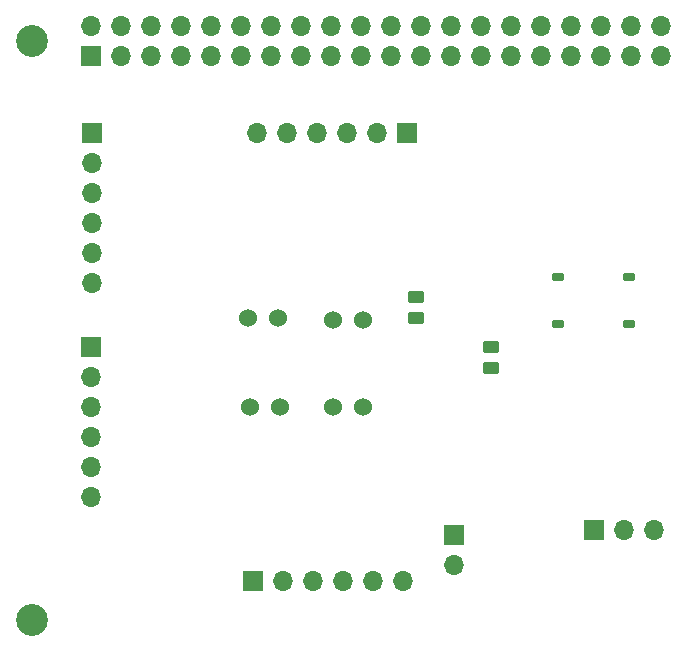
<source format=gbr>
%TF.GenerationSoftware,KiCad,Pcbnew,8.0.1*%
%TF.CreationDate,2024-10-12T17:53:39+09:00*%
%TF.ProjectId,Test2,54657374-322e-46b6-9963-61645f706362,rev?*%
%TF.SameCoordinates,Original*%
%TF.FileFunction,Soldermask,Top*%
%TF.FilePolarity,Negative*%
%FSLAX46Y46*%
G04 Gerber Fmt 4.6, Leading zero omitted, Abs format (unit mm)*
G04 Created by KiCad (PCBNEW 8.0.1) date 2024-10-12 17:53:39*
%MOMM*%
%LPD*%
G01*
G04 APERTURE LIST*
G04 Aperture macros list*
%AMRoundRect*
0 Rectangle with rounded corners*
0 $1 Rounding radius*
0 $2 $3 $4 $5 $6 $7 $8 $9 X,Y pos of 4 corners*
0 Add a 4 corners polygon primitive as box body*
4,1,4,$2,$3,$4,$5,$6,$7,$8,$9,$2,$3,0*
0 Add four circle primitives for the rounded corners*
1,1,$1+$1,$2,$3*
1,1,$1+$1,$4,$5*
1,1,$1+$1,$6,$7*
1,1,$1+$1,$8,$9*
0 Add four rect primitives between the rounded corners*
20,1,$1+$1,$2,$3,$4,$5,0*
20,1,$1+$1,$4,$5,$6,$7,0*
20,1,$1+$1,$6,$7,$8,$9,0*
20,1,$1+$1,$8,$9,$2,$3,0*%
G04 Aperture macros list end*
%ADD10R,1.700000X1.700000*%
%ADD11O,1.700000X1.700000*%
%ADD12RoundRect,0.250000X0.450000X-0.262500X0.450000X0.262500X-0.450000X0.262500X-0.450000X-0.262500X0*%
%ADD13C,1.524000*%
%ADD14C,2.700000*%
%ADD15RoundRect,0.187500X-0.312500X-0.187500X0.312500X-0.187500X0.312500X0.187500X-0.312500X0.187500X0*%
G04 APERTURE END LIST*
D10*
%TO.C,J1_GPIO4*%
X15714000Y40220400D03*
D11*
X13174000Y40220400D03*
X10634000Y40220400D03*
X8094000Y40220400D03*
X5554000Y40220400D03*
X3014000Y40220400D03*
%TD*%
D10*
%TO.C,J2_GPIO17*%
X-10981400Y40195000D03*
D11*
X-10981400Y37655000D03*
X-10981400Y35115000D03*
X-10981400Y32575000D03*
X-10981400Y30035000D03*
X-10981400Y27495000D03*
%TD*%
%TO.C,J3_GPIO27*%
X-11006800Y9384800D03*
X-11006800Y11924800D03*
X-11006800Y14464800D03*
X-11006800Y17004800D03*
X-11006800Y19544800D03*
D10*
X-11006800Y22084800D03*
%TD*%
%TO.C,J4_GPIO22*%
X2702100Y2305600D03*
D11*
X5242100Y2305600D03*
X7782100Y2305600D03*
X10322100Y2305600D03*
X12862100Y2305600D03*
X15402100Y2305600D03*
%TD*%
D12*
%TO.C,R1*%
X22800000Y20287500D03*
X22800000Y22112500D03*
%TD*%
D10*
%TO.C,Fan1*%
X19700000Y6200000D03*
D11*
X19700000Y3660000D03*
%TD*%
D13*
%TO.C,D1*%
X2230000Y24500000D03*
X4770000Y24500000D03*
%TD*%
D14*
%TO.C,REF1*%
X-16000000Y48000000D03*
%TD*%
D12*
%TO.C,R2*%
X16500000Y24500000D03*
X16500000Y26325000D03*
%TD*%
D15*
%TO.C,SW1_GPIO8*%
X34500000Y24000000D03*
X28500000Y24000000D03*
X34500000Y28000000D03*
X28500000Y28000000D03*
%TD*%
D13*
%TO.C,D4*%
X9460000Y17000000D03*
X12000000Y17000000D03*
%TD*%
%TO.C,D2*%
X2460000Y17000000D03*
X5000000Y17000000D03*
%TD*%
D14*
%TO.C,REF\u002A\u002A*%
X-16000000Y-1000000D03*
%TD*%
D10*
%TO.C,M1_GPIO23*%
X31560000Y6600000D03*
D11*
X34100000Y6600000D03*
X36640000Y6600000D03*
%TD*%
D13*
%TO.C,D3*%
X9460000Y24400000D03*
X12000000Y24400000D03*
%TD*%
D10*
%TO.C,J1*%
X-11000000Y46730000D03*
D11*
X-11000000Y49270000D03*
X-8460000Y46730000D03*
X-8460000Y49270000D03*
X-5920000Y46730000D03*
X-5920000Y49270000D03*
X-3380000Y46730000D03*
X-3380000Y49270000D03*
X-840000Y46730000D03*
X-840000Y49270000D03*
X1700000Y46730000D03*
X1700000Y49270000D03*
X4240000Y46730000D03*
X4240000Y49270000D03*
X6780000Y46730000D03*
X6780000Y49270000D03*
X9320000Y46730000D03*
X9320000Y49270000D03*
X11860000Y46730000D03*
X11860000Y49270000D03*
X14400000Y46730000D03*
X14400000Y49270000D03*
X16940000Y46730000D03*
X16940000Y49270000D03*
X19480000Y46730000D03*
X19480000Y49270000D03*
X22020000Y46730000D03*
X22020000Y49270000D03*
X24560000Y46730000D03*
X24560000Y49270000D03*
X27100000Y46730000D03*
X27100000Y49270000D03*
X29640000Y46730000D03*
X29640000Y49270000D03*
X32180000Y46730000D03*
X32180000Y49270000D03*
X34720000Y46730000D03*
X34720000Y49270000D03*
X37260000Y46730000D03*
X37260000Y49270000D03*
%TD*%
M02*

</source>
